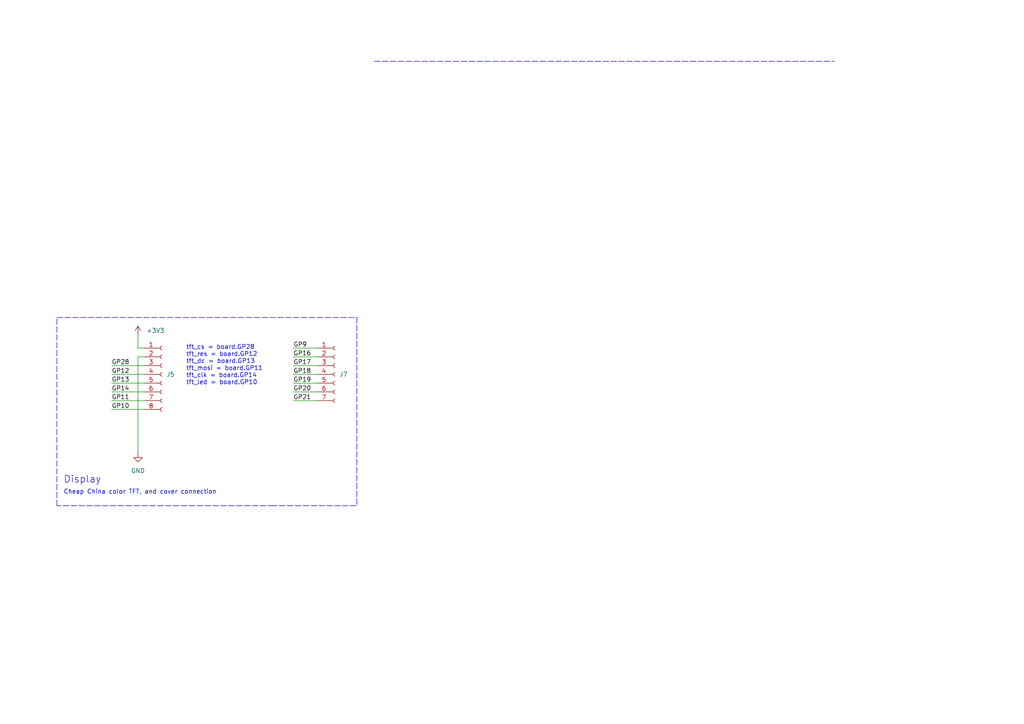
<source format=kicad_sch>
(kicad_sch (version 20211123) (generator eeschema)
  (paper "A4")
  (lib_symbols
    (symbol "Connector:Conn_01x07_Female" (pin_names (offset 1.016) hide)
      (property "Reference" "J" (at 0 10.16 0))
      (property "Value" "Conn_01x07_Female" (at 0 -10.16 0))
      (symbol "Conn_01x07_Female_1_1"
        (arc (start 0 -7.112) (mid -0.508 -7.62) (end 0 -8.128) (stroke (width 0.1524)))
        (arc (start 0 -4.572) (mid -0.508 -5.08) (end 0 -5.588) (stroke (width 0.1524)))
        (arc (start 0 -2.032) (mid -0.508 -2.54) (end 0 -3.048) (stroke (width 0.1524)))
        (polyline (pts (xy -1.27 -7.62) (xy -0.508 -7.62)) (stroke (width 0.1524)))
        (polyline (pts (xy -1.27 -5.08) (xy -0.508 -5.08)) (stroke (width 0.1524)))
        (polyline (pts (xy -1.27 -2.54) (xy -0.508 -2.54)) (stroke (width 0.1524)))
        (polyline (pts (xy -1.27 0) (xy -0.508 0)) (stroke (width 0.1524)))
        (polyline (pts (xy -1.27 2.54) (xy -0.508 2.54)) (stroke (width 0.1524)))
        (polyline (pts (xy -1.27 5.08) (xy -0.508 5.08)) (stroke (width 0.1524)))
        (polyline (pts (xy -1.27 7.62) (xy -0.508 7.62)) (stroke (width 0.1524)))
        (arc (start 0 0.508) (mid -0.508 0) (end 0 -0.508) (stroke (width 0.1524)))
        (arc (start 0 3.048) (mid -0.508 2.54) (end 0 2.032) (stroke (width 0.1524)))
        (arc (start 0 5.588) (mid -0.508 5.08) (end 0 4.572) (stroke (width 0.1524)))
        (arc (start 0 8.128) (mid -0.508 7.62) (end 0 7.112) (stroke (width 0.1524)))
        (pin passive line (at -5.08 7.62 0) (length 3.81) (name "Pin_1") (number "1"))
        (pin passive line (at -5.08 5.08 0) (length 3.81) (name "Pin_2") (number "2"))
        (pin passive line (at -5.08 2.54 0) (length 3.81) (name "Pin_3") (number "3"))
        (pin passive line (at -5.08 0 0) (length 3.81) (name "Pin_4") (number "4"))
        (pin passive line (at -5.08 -2.54 0) (length 3.81) (name "Pin_5") (number "5"))
        (pin passive line (at -5.08 -5.08 0) (length 3.81) (name "Pin_6") (number "6"))
        (pin passive line (at -5.08 -7.62 0) (length 3.81) (name "Pin_7") (number "7"))
      )
    )
    (symbol "Connector:Conn_01x08_Female" (pin_names (offset 1.016) hide)
      (property "Reference" "J" (at 0 10.16 0))
      (property "Value" "Conn_01x08_Female" (at 0 -12.7 0))
      (symbol "Conn_01x08_Female_1_1"
        (arc (start 0 -9.652) (mid -0.508 -10.16) (end 0 -10.668) (stroke (width 0.1524)))
        (arc (start 0 -7.112) (mid -0.508 -7.62) (end 0 -8.128) (stroke (width 0.1524)))
        (arc (start 0 -4.572) (mid -0.508 -5.08) (end 0 -5.588) (stroke (width 0.1524)))
        (arc (start 0 -2.032) (mid -0.508 -2.54) (end 0 -3.048) (stroke (width 0.1524)))
        (polyline (pts (xy -1.27 -10.16) (xy -0.508 -10.16)) (stroke (width 0.1524)))
        (polyline (pts (xy -1.27 -7.62) (xy -0.508 -7.62)) (stroke (width 0.1524)))
        (polyline (pts (xy -1.27 -5.08) (xy -0.508 -5.08)) (stroke (width 0.1524)))
        (polyline (pts (xy -1.27 -2.54) (xy -0.508 -2.54)) (stroke (width 0.1524)))
        (polyline (pts (xy -1.27 0) (xy -0.508 0)) (stroke (width 0.1524)))
        (polyline (pts (xy -1.27 2.54) (xy -0.508 2.54)) (stroke (width 0.1524)))
        (polyline (pts (xy -1.27 5.08) (xy -0.508 5.08)) (stroke (width 0.1524)))
        (polyline (pts (xy -1.27 7.62) (xy -0.508 7.62)) (stroke (width 0.1524)))
        (arc (start 0 0.508) (mid -0.508 0) (end 0 -0.508) (stroke (width 0.1524)))
        (arc (start 0 3.048) (mid -0.508 2.54) (end 0 2.032) (stroke (width 0.1524)))
        (arc (start 0 5.588) (mid -0.508 5.08) (end 0 4.572) (stroke (width 0.1524)))
        (arc (start 0 8.128) (mid -0.508 7.62) (end 0 7.112) (stroke (width 0.1524)))
        (pin passive line (at -5.08 7.62 0) (length 3.81) (name "Pin_1") (number "1"))
        (pin passive line (at -5.08 5.08 0) (length 3.81) (name "Pin_2") (number "2"))
        (pin passive line (at -5.08 2.54 0) (length 3.81) (name "Pin_3") (number "3"))
        (pin passive line (at -5.08 0 0) (length 3.81) (name "Pin_4") (number "4"))
        (pin passive line (at -5.08 -2.54 0) (length 3.81) (name "Pin_5") (number "5"))
        (pin passive line (at -5.08 -5.08 0) (length 3.81) (name "Pin_6") (number "6"))
        (pin passive line (at -5.08 -7.62 0) (length 3.81) (name "Pin_7") (number "7"))
        (pin passive line (at -5.08 -10.16 0) (length 3.81) (name "Pin_8") (number "8"))
      )
    )
    (symbol "power:+3V3" (power) (pin_names (offset 0))
      (property "Value" "+3V3" (at 0 3.556 0))
      (symbol "+3V3_0_1"
        (polyline (pts (xy -0.762 1.27) (xy 0 2.54)))
        (polyline (pts (xy 0 0) (xy 0 2.54)))
        (polyline (pts (xy 0 2.54) (xy 0.762 1.27)))
      )
      (symbol "+3V3_1_1"
        (pin power_in line (at 0 0 90) (length 0) hide (name "+3V3") (number "1"))
      )
    )
    (symbol "power:GND" (power) (pin_names (offset 0))
      (property "Value" "GND" (at 0 -3.81 0))
      (symbol "GND_0_1"
        (polyline (pts (xy 0 0) (xy 0 -1.27) (xy 1.27 -1.27) (xy 0 -2.54) (xy -1.27 -1.27) (xy 0 -1.27)))
      )
      (symbol "GND_1_1"
        (pin power_in line (at 0 0 270) (length 0) hide (name "GND") (number "1"))
      )
    )
  )
  (wire (pts (xy 85.09 100.965) (xy 92.075 100.965)))
  (wire (pts (xy 41.91 116.205) (xy 32.385 116.205)))
  (wire (pts (xy 40.005 131.445) (xy 40.005 103.505)))
  (wire (pts (xy 40.005 100.965) (xy 41.91 100.965)))
  (wire (pts (xy 85.09 113.665) (xy 92.075 113.665)))
  (wire (pts (xy 41.91 111.125) (xy 32.385 111.125)))
  (wire (pts (xy 85.09 116.205) (xy 92.075 116.205)))
  (wire (pts (xy 85.09 103.505) (xy 92.075 103.505)))
  (wire (pts (xy 32.385 118.745) (xy 41.91 118.745)))
  (polyline (pts (xy 78.74 146.685) (xy 103.505 146.685)))
  (wire (pts (xy 40.005 103.505) (xy 41.91 103.505)))
  (wire (pts (xy 41.91 113.665) (xy 32.385 113.665)))
  (wire (pts (xy 85.09 106.045) (xy 92.075 106.045)))
  (wire (pts (xy 85.09 108.585) (xy 92.075 108.585)))
  (polyline (pts (xy 195.58 17.78) (xy 241.935 17.78)))
  (polyline (pts (xy 16.51 92.075) (xy 103.505 92.075)))
  (wire (pts (xy 41.91 106.045) (xy 32.385 106.045)))
  (polyline (pts (xy 16.51 146.685) (xy 16.51 92.075)))
  (polyline (pts (xy 103.505 92.075) (xy 103.505 146.685)))
  (wire (pts (xy 41.91 108.585) (xy 32.385 108.585)))
  (wire (pts (xy 40.005 97.155) (xy 40.005 100.965)))
  (wire (pts (xy 85.09 111.125) (xy 92.075 111.125)))
  (polyline (pts (xy 79.375 146.685) (xy 16.51 146.685)))
  (polyline (pts (xy 108.585 17.78) (xy 195.58 17.78)))
  (text "Cheap China color TFT, and cover connection\n" (at 18.415 143.51 0) (effects (font (size 1.27 1.27)) (justify left bottom)))
  (text "tft_cs = board.GP28\ntft_res = board.GP12\ntft_dc = board.GP13\ntft_mosi = board.GP11\ntft_clk = board.GP14\ntft_led = board.GP10" (at 53.975 111.76 0) (effects (font (size 1.27 1.27)) (justify left bottom)))
  (text "Display" (at 18.415 140.335 0) (effects (font (size 2 2)) (justify left bottom)))
  (label "GP19" (at 85.09 111.125 0))
  (label "GP11" (at 32.385 116.205 0))
  (label "GP17" (at 85.09 106.045 0))
  (label "GP10" (at 32.385 118.745 0))
  (label "GP16" (at 85.09 103.505 0))
  (label "GP12" (at 32.385 108.585 0))
  (label "GP20" (at 85.09 113.665 0))
  (label "GP18" (at 85.09 108.585 0))
  (label "GP9" (at 85.09 100.965 0))
  (label "GP28" (at 32.385 106.045 0))
  (label "GP13" (at 32.385 111.125 0))
  (label "GP21" (at 85.09 116.205 0))
  (label "GP14" (at 32.385 113.665 0))
  (symbol (lib_id "Connector:Conn_01x07_Female") (at 97.155 108.585 0) (unit 1)
    (property "Reference" "J7" (at 98.425 108.5849 0) (effects (justify left)))
    (property "Value" "Conn_01x07_Female" (effects hide))
    (property "Footprint" "Connector_PinHeader_2.54mm:PinHeader_1x07_P2.54mm_Vertical_SMD_Pin1Right" (effects hide))
  )
  (symbol (lib_id "power:GND") (at 40.005 131.445 0) (unit 1)
    (property "Reference" "#PWR0135" (effects hide))
    (property "Value" "GND" (at 40.005 136.525 0))
  )
  (symbol (lib_id "power:+3V3") (at 40.005 97.155 0) (unit 1)
    (property "Reference" "#PWR0134" (effects hide))
    (property "Value" "+3V3" (at 45.085 95.885 0))
  )
  (symbol (lib_id "Connector:Conn_01x08_Female") (at 46.99 108.585 0) (unit 1)
    (property "Reference" "J5" (at 48.26 108.5849 0) (effects (justify left)))
    (property "Value" "Conn_01x08_Female" (effects hide))
    (property "Footprint" "Connector_PinHeader_2.54mm:PinHeader_1x08_P2.54mm_Vertical_SMD_Pin1Right" (effects hide))
  )
)
</source>
